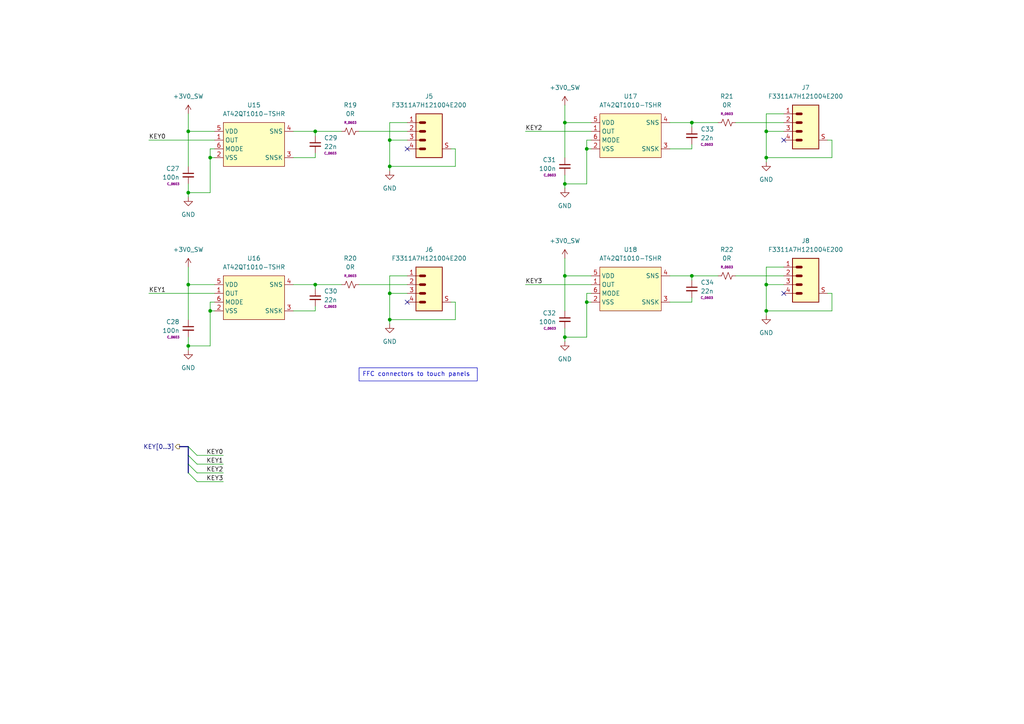
<source format=kicad_sch>
(kicad_sch (version 20250114) (generator "eeschema") (generator_version "9.0")
  (paper "A4")
  (title_block (title "Puzzlebox") (date "2025-12-27") (rev "v1.0") (company "TL Embedded Ltd"))
  (lib_symbols
    (symbol "C_Capacitor:C_0603" (pin_numbers (hide yes)) (pin_names (offset 1.016))
      (property "Reference" "C" (at 3.175 1.905 0))
      (property "Value" "100n" (at 5.08 0 0))
      (property "Size" "C_0603" (at 4.445 -1.905 0))
      (symbol "C_0603_1_1"
        (polyline (pts (xy -1.524 0.508) (xy 1.524 0.508)) (stroke (width 0.3048)))
        (polyline (pts (xy -1.524 -0.508) (xy 1.524 -0.508)) (stroke (width 0.3302)))
        (pin passive line (at 0 2.54 270) (length 2.032) (name "~") (number "1"))
        (pin passive line (at 0 -2.54 90) (length 2.032) (name "~") (number "2"))
      )
    )
    (symbol "J_Connector:F3311A7H121004E200" (pin_names (hide yes))
      (property "Reference" "J" (at -2.54 14.224 0))
      (property "Value" "F3311A7H121004E200" (at 0 -2.54 0))
      (symbol "F3311A7H121004E200_0_1"
        (rectangle (start -3.81 12.7) (end 3.81 0) (stroke (width 0.254)) (fill (type background)))
        (polyline (pts (xy -3.81 10.16) (xy -2.54 10.16)))
        (polyline (pts (xy -3.81 7.62) (xy -2.54 7.62)))
        (polyline (pts (xy -3.81 5.08) (xy -2.54 5.08)))
        (polyline (pts (xy -3.81 2.54) (xy -2.54 2.54)))
      )
      (symbol "F3311A7H121004E200_1_1"
        (polyline (pts (xy -2.54 10.16) (xy -1.27 10.16)) (stroke (width 0.768)))
        (polyline (pts (xy -2.54 7.62) (xy -1.27 7.62)) (stroke (width 0.768)))
        (polyline (pts (xy -2.54 5.08) (xy -1.27 5.08)) (stroke (width 0.768)))
        (polyline (pts (xy -2.54 2.54) (xy -1.27 2.54)) (stroke (width 0.768)))
        (pin passive line (at -6.35 10.16 0) (length 2.54) (name "1") (number "1"))
        (pin passive line (at -6.35 7.62 0) (length 2.54) (name "2") (number "2"))
        (pin passive line (at -6.35 5.08 0) (length 2.54) (name "3") (number "3"))
        (pin passive line (at -6.35 2.54 0) (length 2.54) (name "4") (number "4"))
        (pin passive line (at 6.35 2.54 180) (length 2.54) (name "S") (number "S"))
      )
    )
    (symbol "R_Resistor:R_0603" (pin_numbers (hide yes)) (pin_names (offset 1.016))
      (property "Reference" "R" (at 2.54 1.905 0))
      (property "Value" "10K" (at 3.81 0 0))
      (property "Size" "R_0603" (at 3.81 -1.905 0))
      (symbol "R_0603_1_1"
        (polyline (pts (xy 0 1.524) (xy 1.016 1.143) (xy 0 0.762) (xy -1.016 0.381) (xy 0 0)))
        (polyline (pts (xy 0 0) (xy 1.016 -0.381) (xy 0 -0.762) (xy -1.016 -1.143) (xy 0 -1.524)))
        (pin passive line (at 0 2.54 270) (length 1.016) (name "~") (number "1"))
        (pin passive line (at 0 -2.54 90) (length 1.016) (name "~") (number "2"))
      )
    )
    (symbol "U_Sensor:AT42QT1010-TSHR"
      (property "Reference" "U" (at 0 13.97 0))
      (property "Value" "AT42QT1010-TSHR" (at 0 -1.27 0))
      (symbol "AT42QT1010-TSHR_1_1"
        (rectangle (start -8.89 12.7) (end 8.89 0) (fill (type background)))
        (pin power_in line (at -11.43 10.16 0) (length 2.54) (name "VDD") (number "5"))
        (pin output line (at -11.43 7.62 0) (length 2.54) (name "OUT") (number "1"))
        (pin input line (at -11.43 5.08 0) (length 2.54) (name "MODE") (number "6"))
        (pin power_in line (at -11.43 2.54 0) (length 2.54) (name "VSS") (number "2"))
        (pin bidirectional line (at 11.43 10.16 180) (length 2.54) (name "SNS") (number "4"))
        (pin input line (at 11.43 2.54 180) (length 2.54) (name "SNSK") (number "3"))
      )
    )
    (symbol "power:GND" (power) (pin_numbers (hide yes)) (pin_names (offset 0) (hide yes))
      (property "Value" "GND" (at 0 -3.81 0))
      (symbol "GND_0_1"
        (polyline (pts (xy 0 0) (xy 0 -1.27) (xy 1.27 -1.27) (xy 0 -2.54) (xy -1.27 -1.27) (xy 0 -1.27)))
      )
      (symbol "GND_1_1"
        (pin power_in line (at 0 0 270) (length 0) (name "~") (number "1"))
      )
    )
    (symbol "power:VDD" (power) (pin_numbers (hide yes)) (pin_names (offset 0) (hide yes))
      (property "Value" "VDD" (at 0 3.556 0))
      (symbol "VDD_0_1"
        (polyline (pts (xy -0.762 1.27) (xy 0 2.54)))
        (polyline (pts (xy 0 2.54) (xy 0.762 1.27)))
        (polyline (pts (xy 0 0) (xy 0 2.54)))
      )
      (symbol "VDD_1_1"
        (pin power_in line (at 0 0 90) (length 0) (name "~") (number "1"))
      )
    )
  )
  (text_box "FFC connectors to touch panels" (at 104.14 106.68 0) (size 34.29 3.81) (margins 0.9525 0.9525 0.9525 0.9525) (effects (font (size 1.27 1.27)) (justify left top)))
  (junction (at 54.61 55.88))
  (junction (at 54.61 82.55))
  (junction (at 222.25 90.17))
  (junction (at 170.18 43.18))
  (junction (at 60.96 45.72))
  (junction (at 113.03 85.09))
  (junction (at 222.25 82.55))
  (junction (at 163.83 97.79))
  (junction (at 170.18 87.63))
  (junction (at 60.96 90.17))
  (junction (at 163.83 80.01))
  (junction (at 163.83 35.56))
  (junction (at 91.44 38.1))
  (junction (at 113.03 92.71))
  (junction (at 200.66 80.01))
  (junction (at 200.66 35.56))
  (junction (at 113.03 40.64))
  (junction (at 91.44 82.55))
  (junction (at 54.61 38.1))
  (junction (at 222.25 45.72))
  (junction (at 113.03 48.26))
  (junction (at 222.25 38.1))
  (junction (at 163.83 53.34))
  (junction (at 54.61 100.33))
  (no_connect (at 118.11 87.63))
  (no_connect (at 227.33 40.64))
  (no_connect (at 227.33 85.09))
  (no_connect (at 118.11 43.18))
  (bus_entry (at 54.61 132.08) (size 2.54 2.54))
  (bus_entry (at 54.61 137.16) (size 2.54 2.54))
  (bus_entry (at 54.61 134.62) (size 2.54 2.54))
  (bus_entry (at 54.61 129.54) (size 2.54 2.54))
  (wire (pts (xy 170.18 87.63) (xy 170.18 97.79)))
  (wire (pts (xy 130.81 87.63) (xy 132.08 87.63)))
  (wire (pts (xy 60.96 43.18) (xy 60.96 45.72)))
  (wire (pts (xy 200.66 80.01) (xy 200.66 81.28)))
  (wire (pts (xy 194.31 80.01) (xy 200.66 80.01)))
  (wire (pts (xy 57.15 139.7) (xy 64.77 139.7)))
  (bus (pts (xy 54.61 134.62) (xy 54.61 137.16)))
  (wire (pts (xy 104.14 82.55) (xy 118.11 82.55)))
  (wire (pts (xy 57.15 132.08) (xy 64.77 132.08)))
  (wire (pts (xy 171.45 85.09) (xy 170.18 85.09)))
  (wire (pts (xy 241.3 90.17) (xy 222.25 90.17)))
  (bus (pts (xy 54.61 129.54) (xy 54.61 132.08)))
  (wire (pts (xy 222.25 33.02) (xy 222.25 38.1)))
  (wire (pts (xy 170.18 40.64) (xy 170.18 43.18)))
  (wire (pts (xy 57.15 134.62) (xy 64.77 134.62)))
  (wire (pts (xy 118.11 80.01) (xy 113.03 80.01)))
  (wire (pts (xy 240.03 40.64) (xy 241.3 40.64)))
  (wire (pts (xy 200.66 35.56) (xy 208.28 35.56)))
  (wire (pts (xy 132.08 87.63) (xy 132.08 92.71)))
  (wire (pts (xy 163.83 35.56) (xy 163.83 45.72)))
  (wire (pts (xy 241.3 45.72) (xy 222.25 45.72)))
  (wire (pts (xy 62.23 43.18) (xy 60.96 43.18)))
  (wire (pts (xy 222.25 90.17) (xy 222.25 91.44)))
  (wire (pts (xy 130.81 43.18) (xy 132.08 43.18)))
  (wire (pts (xy 113.03 35.56) (xy 113.03 40.64)))
  (wire (pts (xy 194.31 35.56) (xy 200.66 35.56)))
  (wire (pts (xy 60.96 87.63) (xy 60.96 90.17)))
  (wire (pts (xy 222.25 82.55) (xy 222.25 90.17)))
  (wire (pts (xy 163.83 80.01) (xy 163.83 90.17)))
  (wire (pts (xy 60.96 45.72) (xy 60.96 55.88)))
  (wire (pts (xy 241.3 40.64) (xy 241.3 45.72)))
  (wire (pts (xy 152.4 82.55) (xy 171.45 82.55)))
  (wire (pts (xy 200.66 86.36) (xy 200.66 87.63)))
  (wire (pts (xy 57.15 137.16) (xy 64.77 137.16)))
  (bus (pts (xy 52.07 129.54) (xy 54.61 129.54)))
  (wire (pts (xy 163.83 97.79) (xy 163.83 99.06)))
  (wire (pts (xy 170.18 85.09) (xy 170.18 87.63)))
  (wire (pts (xy 91.44 90.17) (xy 85.09 90.17)))
  (wire (pts (xy 54.61 38.1) (xy 54.61 48.26)))
  (wire (pts (xy 222.25 38.1) (xy 227.33 38.1)))
  (wire (pts (xy 54.61 100.33) (xy 54.61 101.6)))
  (wire (pts (xy 60.96 90.17) (xy 60.96 100.33)))
  (bus (pts (xy 54.61 132.08) (xy 54.61 134.62)))
  (wire (pts (xy 152.4 38.1) (xy 171.45 38.1)))
  (wire (pts (xy 113.03 80.01) (xy 113.03 85.09)))
  (wire (pts (xy 163.83 80.01) (xy 163.83 74.93)))
  (wire (pts (xy 54.61 38.1) (xy 54.61 33.02)))
  (wire (pts (xy 91.44 82.55) (xy 91.44 83.82)))
  (wire (pts (xy 62.23 87.63) (xy 60.96 87.63)))
  (wire (pts (xy 200.66 35.56) (xy 200.66 36.83)))
  (wire (pts (xy 54.61 100.33) (xy 60.96 100.33)))
  (wire (pts (xy 54.61 97.79) (xy 54.61 100.33)))
  (wire (pts (xy 91.44 82.55) (xy 99.06 82.55)))
  (wire (pts (xy 200.66 87.63) (xy 194.31 87.63)))
  (wire (pts (xy 62.23 38.1) (xy 54.61 38.1)))
  (wire (pts (xy 163.83 50.8) (xy 163.83 53.34)))
  (wire (pts (xy 213.36 35.56) (xy 227.33 35.56)))
  (wire (pts (xy 113.03 85.09) (xy 118.11 85.09)))
  (wire (pts (xy 91.44 38.1) (xy 99.06 38.1)))
  (wire (pts (xy 171.45 87.63) (xy 170.18 87.63)))
  (wire (pts (xy 54.61 82.55) (xy 54.61 92.71)))
  (wire (pts (xy 62.23 82.55) (xy 54.61 82.55)))
  (wire (pts (xy 222.25 38.1) (xy 222.25 45.72)))
  (wire (pts (xy 227.33 77.47) (xy 222.25 77.47)))
  (wire (pts (xy 170.18 43.18) (xy 170.18 53.34)))
  (wire (pts (xy 113.03 92.71) (xy 113.03 93.98)))
  (wire (pts (xy 113.03 48.26) (xy 113.03 49.53)))
  (wire (pts (xy 163.83 35.56) (xy 163.83 30.48)))
  (wire (pts (xy 163.83 53.34) (xy 170.18 53.34)))
  (wire (pts (xy 91.44 44.45) (xy 91.44 45.72)))
  (wire (pts (xy 54.61 53.34) (xy 54.61 55.88)))
  (wire (pts (xy 113.03 85.09) (xy 113.03 92.71)))
  (wire (pts (xy 132.08 43.18) (xy 132.08 48.26)))
  (wire (pts (xy 85.09 38.1) (xy 91.44 38.1)))
  (wire (pts (xy 85.09 82.55) (xy 91.44 82.55)))
  (wire (pts (xy 163.83 53.34) (xy 163.83 54.61)))
  (wire (pts (xy 240.03 85.09) (xy 241.3 85.09)))
  (wire (pts (xy 222.25 82.55) (xy 227.33 82.55)))
  (wire (pts (xy 113.03 40.64) (xy 113.03 48.26)))
  (wire (pts (xy 54.61 82.55) (xy 54.61 77.47)))
  (wire (pts (xy 43.18 85.09) (xy 62.23 85.09)))
  (wire (pts (xy 113.03 40.64) (xy 118.11 40.64)))
  (wire (pts (xy 163.83 95.25) (xy 163.83 97.79)))
  (wire (pts (xy 241.3 85.09) (xy 241.3 90.17)))
  (wire (pts (xy 222.25 77.47) (xy 222.25 82.55)))
  (wire (pts (xy 222.25 45.72) (xy 222.25 46.99)))
  (wire (pts (xy 163.83 97.79) (xy 170.18 97.79)))
  (wire (pts (xy 200.66 43.18) (xy 194.31 43.18)))
  (wire (pts (xy 62.23 90.17) (xy 60.96 90.17)))
  (wire (pts (xy 54.61 55.88) (xy 60.96 55.88)))
  (wire (pts (xy 200.66 41.91) (xy 200.66 43.18)))
  (wire (pts (xy 200.66 80.01) (xy 208.28 80.01)))
  (wire (pts (xy 132.08 48.26) (xy 113.03 48.26)))
  (wire (pts (xy 62.23 45.72) (xy 60.96 45.72)))
  (wire (pts (xy 171.45 43.18) (xy 170.18 43.18)))
  (wire (pts (xy 171.45 80.01) (xy 163.83 80.01)))
  (wire (pts (xy 132.08 92.71) (xy 113.03 92.71)))
  (wire (pts (xy 54.61 55.88) (xy 54.61 57.15)))
  (wire (pts (xy 227.33 33.02) (xy 222.25 33.02)))
  (wire (pts (xy 104.14 38.1) (xy 118.11 38.1)))
  (wire (pts (xy 171.45 40.64) (xy 170.18 40.64)))
  (wire (pts (xy 213.36 80.01) (xy 227.33 80.01)))
  (wire (pts (xy 91.44 45.72) (xy 85.09 45.72)))
  (wire (pts (xy 118.11 35.56) (xy 113.03 35.56)))
  (wire (pts (xy 91.44 38.1) (xy 91.44 39.37)))
  (wire (pts (xy 91.44 88.9) (xy 91.44 90.17)))
  (wire (pts (xy 171.45 35.56) (xy 163.83 35.56)))
  (wire (pts (xy 43.18 40.64) (xy 62.23 40.64)))
  (label "KEY1" (at 43.18 85.09 0))
  (label "KEY1" (at 64.77 134.62 180))
  (label "KEY3" (at 64.77 139.7 180))
  (label "KEY0" (at 64.77 132.08 180))
  (label "KEY0" (at 43.18 40.64 0))
  (label "KEY2" (at 152.4 38.1 0))
  (label "KEY3" (at 152.4 82.55 0))
  (label "KEY2" (at 64.77 137.16 180))
  (hierarchical_label "KEY[0..3]" (shape output) (at 52.07 129.54 180))
  (symbol (lib_id "power:GND") (at 113.03 49.53 0) (unit 1)
    (property "Reference" "#PWR059" (effects (hide yes)))
    (property "Value" "GND" (at 113.03 54.61 0))
    (property "Description" "Power symbol creates a global label with name \"GND\" , ground" (effects (hide yes)))
  )
  (symbol (lib_id "U_Sensor:AT42QT1010-TSHR") (at 73.66 92.71 0) (unit 1)
    (property "Reference" "U16" (at 73.66 74.93 0))
    (property "Value" "AT42QT1010-TSHR" (at 73.66 77.47 0))
    (property "Footprint" "U_IC:SOT23_6" (effects (hide yes)))
    (property "Datasheet" "https://ww1.microchip.com/downloads/en/DeviceDoc/40001946A.pdf" (effects (hide yes)))
    (property "Description" "IC TOUCH SENSOR 1KEY SOT23-6" (effects (hide yes)))
  )
  (symbol (lib_id "power:VDD") (at 163.83 30.48 0) (unit 1)
    (property "Reference" "#PWR061" (effects (hide yes)))
    (property "Value" "+3V0_SW" (at 163.83 25.4 0))
    (property "Description" "Power symbol creates a global label with name \"+3V0_SW\"" (effects (hide yes)))
  )
  (symbol (lib_id "U_Sensor:AT42QT1010-TSHR") (at 182.88 90.17 0) (unit 1)
    (property "Reference" "U18" (at 182.88 72.39 0))
    (property "Value" "AT42QT1010-TSHR" (at 182.88 74.93 0))
    (property "Footprint" "U_IC:SOT23_6" (effects (hide yes)))
    (property "Datasheet" "https://ww1.microchip.com/downloads/en/DeviceDoc/40001946A.pdf" (effects (hide yes)))
    (property "Description" "IC TOUCH SENSOR 1KEY SOT23-6" (effects (hide yes)))
  )
  (symbol (lib_id "C_Capacitor:C_0603") (at 163.83 48.26 0) (unit 1)
    (property "Reference" "C31" (at 161.29 46.3612 0) (effects (justify right)))
    (property "Value" "100n" (at 161.29 48.9012 0) (effects (justify right)))
    (property "Footprint" "C_Capacitor:C_0603" (effects (hide yes)))
    (property "Size" "C_0603" (at 161.29 50.8063 0) (effects (font (size 0.635 0.635)) (justify right)))
  )
  (symbol (lib_id "J_Connector:F3311A7H121004E200") (at 233.68 43.18 0) (unit 1)
    (property "Reference" "J7" (at 233.68 25.4 0))
    (property "Value" "F3311A7H121004E200" (at 233.68 27.94 0))
    (property "Footprint" "J_Connector:F3311A7H121004E200" (effects (hide yes)))
    (property "Datasheet" "https://cdn.amphenol-cs.com/media/wysiwyg/files/drawing/f331.pdf" (effects (hide yes)))
    (property "Description" "CONN FFC FPC 4POS 0.5MM R/A" (effects (hide yes)))
  )
  (symbol (lib_id "C_Capacitor:C_0603") (at 200.66 39.37 0) (unit 1)
    (property "Reference" "C33" (at 203.2 37.4712 0) (effects (justify left)))
    (property "Value" "22n" (at 203.2 40.0112 0) (effects (justify left)))
    (property "Footprint" "C_Capacitor:C_0603" (effects (hide yes)))
    (property "Size" "C_0603" (at 203.2 41.9163 0) (effects (font (size 0.635 0.635)) (justify left)))
  )
  (symbol (lib_id "power:GND") (at 222.25 91.44 0) (unit 1)
    (property "Reference" "#PWR066" (effects (hide yes)))
    (property "Value" "GND" (at 222.25 96.52 0))
    (property "Description" "Power symbol creates a global label with name \"GND\" , ground" (effects (hide yes)))
  )
  (symbol (lib_id "C_Capacitor:C_0603") (at 54.61 50.8 0) (unit 1)
    (property "Reference" "C27" (at 52.07 48.9012 0) (effects (justify right)))
    (property "Value" "100n" (at 52.07 51.4412 0) (effects (justify right)))
    (property "Footprint" "C_Capacitor:C_0603" (effects (hide yes)))
    (property "Size" "C_0603" (at 52.07 53.3463 0) (effects (font (size 0.635 0.635)) (justify right)))
  )
  (symbol (lib_id "C_Capacitor:C_0603") (at 200.66 83.82 0) (unit 1)
    (property "Reference" "C34" (at 203.2 81.9212 0) (effects (justify left)))
    (property "Value" "22n" (at 203.2 84.4612 0) (effects (justify left)))
    (property "Footprint" "C_Capacitor:C_0603" (effects (hide yes)))
    (property "Size" "C_0603" (at 203.2 86.3663 0) (effects (font (size 0.635 0.635)) (justify left)))
  )
  (symbol (lib_id "power:VDD") (at 54.61 33.02 0) (unit 1)
    (property "Reference" "#PWR055" (effects (hide yes)))
    (property "Value" "+3V0_SW" (at 54.61 27.94 0))
    (property "Description" "Power symbol creates a global label with name \"+3V0_SW\"" (effects (hide yes)))
  )
  (symbol (lib_id "power:GND") (at 54.61 57.15 0) (unit 1)
    (property "Reference" "#PWR056" (effects (hide yes)))
    (property "Value" "GND" (at 54.61 62.23 0))
    (property "Description" "Power symbol creates a global label with name \"GND\" , ground" (effects (hide yes)))
  )
  (symbol (lib_id "C_Capacitor:C_0603") (at 54.61 95.25 0) (unit 1)
    (property "Reference" "C28" (at 52.07 93.3512 0) (effects (justify right)))
    (property "Value" "100n" (at 52.07 95.8912 0) (effects (justify right)))
    (property "Footprint" "C_Capacitor:C_0603" (effects (hide yes)))
    (property "Size" "C_0603" (at 52.07 97.7963 0) (effects (font (size 0.635 0.635)) (justify right)))
  )
  (symbol (lib_id "C_Capacitor:C_0603") (at 163.83 92.71 0) (unit 1)
    (property "Reference" "C32" (at 161.29 90.8112 0) (effects (justify right)))
    (property "Value" "100n" (at 161.29 93.3512 0) (effects (justify right)))
    (property "Footprint" "C_Capacitor:C_0603" (effects (hide yes)))
    (property "Size" "C_0603" (at 161.29 95.2563 0) (effects (font (size 0.635 0.635)) (justify right)))
  )
  (symbol (lib_id "power:VDD") (at 163.83 74.93 0) (unit 1)
    (property "Reference" "#PWR063" (effects (hide yes)))
    (property "Value" "+3V0_SW" (at 163.83 69.85 0))
    (property "Description" "Power symbol creates a global label with name \"+3V0_SW\"" (effects (hide yes)))
  )
  (symbol (lib_id "power:GND") (at 113.03 93.98 0) (unit 1)
    (property "Reference" "#PWR060" (effects (hide yes)))
    (property "Value" "GND" (at 113.03 99.06 0))
    (property "Description" "Power symbol creates a global label with name \"GND\" , ground" (effects (hide yes)))
  )
  (symbol (lib_id "U_Sensor:AT42QT1010-TSHR") (at 73.66 48.26 0) (unit 1)
    (property "Reference" "U15" (at 73.66 30.48 0))
    (property "Value" "AT42QT1010-TSHR" (at 73.66 33.02 0))
    (property "Footprint" "U_IC:SOT23_6" (effects (hide yes)))
    (property "Datasheet" "https://ww1.microchip.com/downloads/en/DeviceDoc/40001946A.pdf" (effects (hide yes)))
    (property "Description" "IC TOUCH SENSOR 1KEY SOT23-6" (effects (hide yes)))
  )
  (symbol (lib_id "C_Capacitor:C_0603") (at 91.44 86.36 0) (unit 1)
    (property "Reference" "C30" (at 93.98 84.4612 0) (effects (justify left)))
    (property "Value" "22n" (at 93.98 87.0012 0) (effects (justify left)))
    (property "Footprint" "C_Capacitor:C_0603" (effects (hide yes)))
    (property "Size" "C_0603" (at 93.98 88.9063 0) (effects (font (size 0.635 0.635)) (justify left)))
  )
  (symbol (lib_id "power:GND") (at 54.61 101.6 0) (unit 1)
    (property "Reference" "#PWR058" (effects (hide yes)))
    (property "Value" "GND" (at 54.61 106.68 0))
    (property "Description" "Power symbol creates a global label with name \"GND\" , ground" (effects (hide yes)))
  )
  (symbol (lib_id "R_Resistor:R_0603") (at 101.6 38.1 90) (unit 1)
    (property "Reference" "R19" (at 101.6 30.48 90))
    (property "Value" "0R" (at 101.6 33.02 90))
    (property "Footprint" "R_Resistor:R_0603" (effects (hide yes)))
    (property "Size" "R_0603" (at 101.6 35.56 90) (effects (font (size 0.635 0.635))))
  )
  (symbol (lib_id "power:VDD") (at 54.61 77.47 0) (unit 1)
    (property "Reference" "#PWR057" (effects (hide yes)))
    (property "Value" "+3V0_SW" (at 54.61 72.39 0))
    (property "Description" "Power symbol creates a global label with name \"+3V0_SW\"" (effects (hide yes)))
  )
  (symbol (lib_id "power:GND") (at 163.83 99.06 0) (unit 1)
    (property "Reference" "#PWR064" (effects (hide yes)))
    (property "Value" "GND" (at 163.83 104.14 0))
    (property "Description" "Power symbol creates a global label with name \"GND\" , ground" (effects (hide yes)))
  )
  (symbol (lib_id "power:GND") (at 163.83 54.61 0) (unit 1)
    (property "Reference" "#PWR062" (effects (hide yes)))
    (property "Value" "GND" (at 163.83 59.69 0))
    (property "Description" "Power symbol creates a global label with name \"GND\" , ground" (effects (hide yes)))
  )
  (symbol (lib_id "power:GND") (at 222.25 46.99 0) (unit 1)
    (property "Reference" "#PWR065" (effects (hide yes)))
    (property "Value" "GND" (at 222.25 52.07 0))
    (property "Description" "Power symbol creates a global label with name \"GND\" , ground" (effects (hide yes)))
  )
  (symbol (lib_id "J_Connector:F3311A7H121004E200") (at 124.46 90.17 0) (unit 1)
    (property "Reference" "J6" (at 124.46 72.39 0))
    (property "Value" "F3311A7H121004E200" (at 124.46 74.93 0))
    (property "Footprint" "J_Connector:F3311A7H121004E200" (effects (hide yes)))
    (property "Datasheet" "https://cdn.amphenol-cs.com/media/wysiwyg/files/drawing/f331.pdf" (effects (hide yes)))
    (property "Description" "CONN FFC FPC 4POS 0.5MM R/A" (effects (hide yes)))
  )
  (symbol (lib_id "J_Connector:F3311A7H121004E200") (at 233.68 87.63 0) (unit 1)
    (property "Reference" "J8" (at 233.68 69.85 0))
    (property "Value" "F3311A7H121004E200" (at 233.68 72.39 0))
    (property "Footprint" "J_Connector:F3311A7H121004E200" (effects (hide yes)))
    (property "Datasheet" "https://cdn.amphenol-cs.com/media/wysiwyg/files/drawing/f331.pdf" (effects (hide yes)))
    (property "Description" "CONN FFC FPC 4POS 0.5MM R/A" (effects (hide yes)))
  )
  (symbol (lib_id "R_Resistor:R_0603") (at 101.6 82.55 90) (unit 1)
    (property "Reference" "R20" (at 101.6 74.93 90))
    (property "Value" "0R" (at 101.6 77.47 90))
    (property "Footprint" "R_Resistor:R_0603" (effects (hide yes)))
    (property "Size" "R_0603" (at 101.6 80.01 90) (effects (font (size 0.635 0.635))))
  )
  (symbol (lib_id "R_Resistor:R_0603") (at 210.82 35.56 90) (unit 1)
    (property "Reference" "R21" (at 210.82 27.94 90))
    (property "Value" "0R" (at 210.82 30.48 90))
    (property "Footprint" "R_Resistor:R_0603" (effects (hide yes)))
    (property "Size" "R_0603" (at 210.82 33.02 90) (effects (font (size 0.635 0.635))))
  )
  (symbol (lib_id "U_Sensor:AT42QT1010-TSHR") (at 182.88 45.72 0) (unit 1)
    (property "Reference" "U17" (at 182.88 27.94 0))
    (property "Value" "AT42QT1010-TSHR" (at 182.88 30.48 0))
    (property "Footprint" "U_IC:SOT23_6" (effects (hide yes)))
    (property "Datasheet" "https://ww1.microchip.com/downloads/en/DeviceDoc/40001946A.pdf" (effects (hide yes)))
    (property "Description" "IC TOUCH SENSOR 1KEY SOT23-6" (effects (hide yes)))
  )
  (symbol (lib_id "J_Connector:F3311A7H121004E200") (at 124.46 45.72 0) (unit 1)
    (property "Reference" "J5" (at 124.46 27.94 0))
    (property "Value" "F3311A7H121004E200" (at 124.46 30.48 0))
    (property "Footprint" "J_Connector:F3311A7H121004E200" (effects (hide yes)))
    (property "Datasheet" "https://cdn.amphenol-cs.com/media/wysiwyg/files/drawing/f331.pdf" (effects (hide yes)))
    (property "Description" "CONN FFC FPC 4POS 0.5MM R/A" (effects (hide yes)))
  )
  (symbol (lib_id "R_Resistor:R_0603") (at 210.82 80.01 90) (unit 1)
    (property "Reference" "R22" (at 210.82 72.39 90))
    (property "Value" "0R" (at 210.82 74.93 90))
    (property "Footprint" "R_Resistor:R_0603" (effects (hide yes)))
    (property "Size" "R_0603" (at 210.82 77.47 90) (effects (font (size 0.635 0.635))))
  )
  (symbol (lib_id "C_Capacitor:C_0603") (at 91.44 41.91 0) (unit 1)
    (property "Reference" "C29" (at 93.98 40.0112 0) (effects (justify left)))
    (property "Value" "22n" (at 93.98 42.5512 0) (effects (justify left)))
    (property "Footprint" "C_Capacitor:C_0603" (effects (hide yes)))
    (property "Size" "C_0603" (at 93.98 44.4563 0) (effects (font (size 0.635 0.635)) (justify left)))
  )
)
</source>
